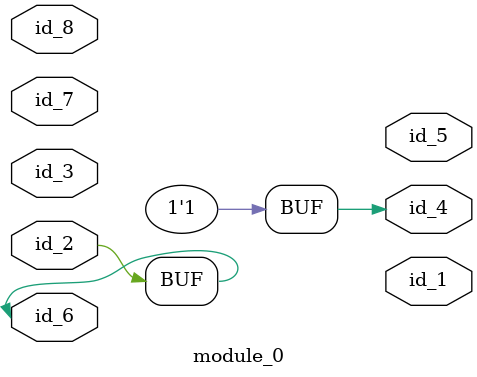
<source format=v>
module module_0 (
    id_1,
    id_2,
    id_3,
    id_4,
    id_5,
    id_6,
    id_7,
    id_8
);
  input id_8;
  input id_7;
  inout id_6;
  output id_5;
  output id_4;
  inout id_3;
  inout id_2;
  output id_1;
  assign id_4[1'b0] = 1;
  assign id_2 = id_6;
endmodule

</source>
